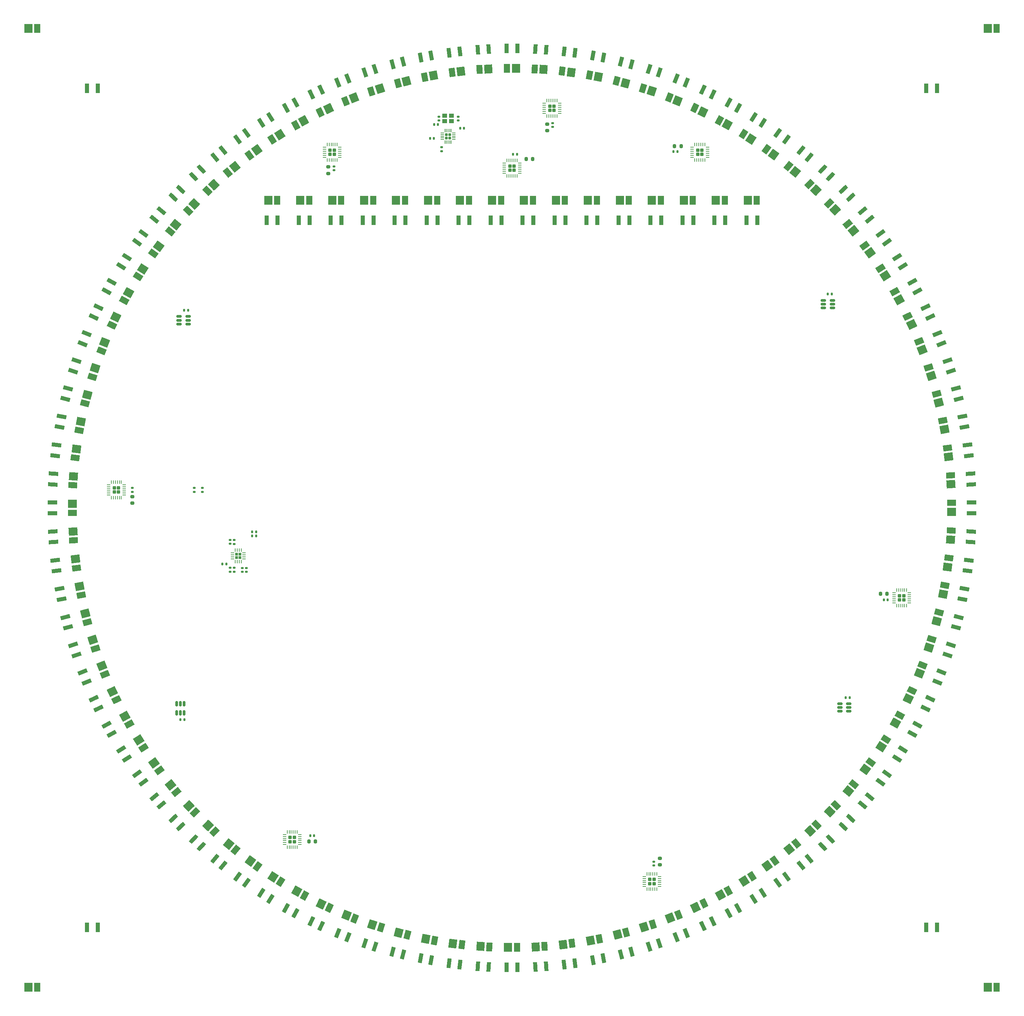
<source format=gbr>
%TF.GenerationSoftware,KiCad,Pcbnew,8.0.4*%
%TF.CreationDate,2024-08-19T15:11:55+02:00*%
%TF.ProjectId,RocSync_testing,526f6353-796e-4635-9f74-657374696e67,rev?*%
%TF.SameCoordinates,Original*%
%TF.FileFunction,Paste,Top*%
%TF.FilePolarity,Positive*%
%FSLAX46Y46*%
G04 Gerber Fmt 4.6, Leading zero omitted, Abs format (unit mm)*
G04 Created by KiCad (PCBNEW 8.0.4) date 2024-08-19 15:11:55*
%MOMM*%
%LPD*%
G01*
G04 APERTURE LIST*
G04 Aperture macros list*
%AMRoundRect*
0 Rectangle with rounded corners*
0 $1 Rounding radius*
0 $2 $3 $4 $5 $6 $7 $8 $9 X,Y pos of 4 corners*
0 Add a 4 corners polygon primitive as box body*
4,1,4,$2,$3,$4,$5,$6,$7,$8,$9,$2,$3,0*
0 Add four circle primitives for the rounded corners*
1,1,$1+$1,$2,$3*
1,1,$1+$1,$4,$5*
1,1,$1+$1,$6,$7*
1,1,$1+$1,$8,$9*
0 Add four rect primitives between the rounded corners*
20,1,$1+$1,$2,$3,$4,$5,0*
20,1,$1+$1,$4,$5,$6,$7,0*
20,1,$1+$1,$6,$7,$8,$9,0*
20,1,$1+$1,$8,$9,$2,$3,0*%
%AMRotRect*
0 Rectangle, with rotation*
0 The origin of the aperture is its center*
0 $1 length*
0 $2 width*
0 $3 Rotation angle, in degrees counterclockwise*
0 Add horizontal line*
21,1,$1,$2,0,0,$3*%
G04 Aperture macros list end*
%ADD10RoundRect,0.135000X-0.185000X0.135000X-0.185000X-0.135000X0.185000X-0.135000X0.185000X0.135000X0*%
%ADD11RotRect,1.500000X2.200000X223.200000*%
%ADD12RotRect,2.000000X2.200000X223.200000*%
%ADD13RotRect,1.500000X2.200000X154.800000*%
%ADD14RotRect,2.000000X2.200000X154.800000*%
%ADD15RotRect,1.500000X2.200000X244.800000*%
%ADD16RotRect,2.000000X2.200000X244.800000*%
%ADD17RotRect,1.500000X2.200000X338.400000*%
%ADD18RotRect,2.000000X2.200000X338.400000*%
%ADD19RotRect,1.500000X2.200000X14.400000*%
%ADD20RotRect,2.000000X2.200000X14.400000*%
%ADD21R,2.200000X1.500000*%
%ADD22R,2.200000X2.000000*%
%ADD23RotRect,1.500000X2.200000X3.600000*%
%ADD24RotRect,2.000000X2.200000X3.600000*%
%ADD25R,1.500000X2.200000*%
%ADD26R,2.000000X2.200000*%
%ADD27RotRect,1.500000X2.200000X75.600000*%
%ADD28RotRect,2.000000X2.200000X75.600000*%
%ADD29RotRect,1.500000X2.200000X133.200000*%
%ADD30RotRect,2.000000X2.200000X133.200000*%
%ADD31RotRect,1.500000X2.200000X280.800000*%
%ADD32RotRect,2.000000X2.200000X280.800000*%
%ADD33RotRect,1.500000X2.200000X158.400000*%
%ADD34RotRect,2.000000X2.200000X158.400000*%
%ADD35RotRect,1.500000X2.200000X298.800000*%
%ADD36RotRect,2.000000X2.200000X298.800000*%
%ADD37RotRect,1.500000X2.200000X54.000000*%
%ADD38RotRect,2.000000X2.200000X54.000000*%
%ADD39RotRect,1.500000X2.200000X115.200000*%
%ADD40RotRect,2.000000X2.200000X115.200000*%
%ADD41RotRect,1.500000X2.200000X7.200000*%
%ADD42RotRect,2.000000X2.200000X7.200000*%
%ADD43RotRect,1.500000X2.200000X320.400000*%
%ADD44RotRect,2.000000X2.200000X320.400000*%
%ADD45RotRect,1.500000X2.200000X72.000000*%
%ADD46RotRect,2.000000X2.200000X72.000000*%
%ADD47RotRect,1.500000X2.200000X237.600000*%
%ADD48RotRect,2.000000X2.200000X237.600000*%
%ADD49RotRect,1.500000X2.200000X194.400000*%
%ADD50RotRect,2.000000X2.200000X194.400000*%
%ADD51RotRect,1.500000X2.200000X32.400000*%
%ADD52RotRect,2.000000X2.200000X32.400000*%
%ADD53RotRect,1.500000X2.200000X36.000000*%
%ADD54RotRect,2.000000X2.200000X36.000000*%
%ADD55RotRect,1.500000X2.200000X104.400000*%
%ADD56RotRect,2.000000X2.200000X104.400000*%
%ADD57RotRect,1.500000X2.200000X57.600000*%
%ADD58RotRect,2.000000X2.200000X57.600000*%
%ADD59RotRect,1.500000X2.200000X309.600000*%
%ADD60RotRect,2.000000X2.200000X309.600000*%
%ADD61RotRect,1.500000X2.200000X356.400000*%
%ADD62RotRect,2.000000X2.200000X356.400000*%
%ADD63RotRect,1.500000X2.200000X313.200000*%
%ADD64RotRect,2.000000X2.200000X313.200000*%
%ADD65RotRect,1.500000X2.200000X302.400000*%
%ADD66RotRect,2.000000X2.200000X302.400000*%
%ADD67RotRect,1.500000X2.200000X288.000000*%
%ADD68RotRect,2.000000X2.200000X288.000000*%
%ADD69RotRect,1.500000X2.200000X208.800000*%
%ADD70RotRect,2.000000X2.200000X208.800000*%
%ADD71RotRect,1.500000X2.200000X187.200000*%
%ADD72RotRect,2.000000X2.200000X187.200000*%
%ADD73RotRect,1.500000X2.200000X118.800000*%
%ADD74RotRect,2.000000X2.200000X118.800000*%
%ADD75RotRect,1.500000X2.200000X342.000000*%
%ADD76RotRect,2.000000X2.200000X342.000000*%
%ADD77RotRect,1.500000X2.200000X284.400000*%
%ADD78RotRect,2.000000X2.200000X284.400000*%
%ADD79RotRect,1.500000X2.200000X151.200000*%
%ADD80RotRect,2.000000X2.200000X151.200000*%
%ADD81RotRect,1.500000X2.200000X147.600000*%
%ADD82RotRect,2.000000X2.200000X147.600000*%
%ADD83RotRect,1.500000X2.200000X18.000000*%
%ADD84RotRect,2.000000X2.200000X18.000000*%
%ADD85RotRect,1.500000X2.200000X100.800000*%
%ADD86RotRect,2.000000X2.200000X100.800000*%
%ADD87RotRect,1.500000X2.200000X144.000000*%
%ADD88RotRect,2.000000X2.200000X144.000000*%
%ADD89RotRect,1.500000X2.200000X234.000000*%
%ADD90RotRect,2.000000X2.200000X234.000000*%
%ADD91RotRect,1.500000X2.200000X108.000000*%
%ADD92RotRect,2.000000X2.200000X108.000000*%
%ADD93RotRect,1.500000X2.200000X331.200000*%
%ADD94RotRect,2.000000X2.200000X331.200000*%
%ADD95RotRect,1.500000X2.200000X129.600000*%
%ADD96RotRect,2.000000X2.200000X129.600000*%
%ADD97RotRect,1.500000X2.200000X327.600000*%
%ADD98RotRect,2.000000X2.200000X327.600000*%
%ADD99RotRect,1.500000X2.200000X295.200000*%
%ADD100RotRect,2.000000X2.200000X295.200000*%
%ADD101RotRect,1.500000X2.200000X82.800000*%
%ADD102RotRect,2.000000X2.200000X82.800000*%
%ADD103RotRect,1.500000X2.200000X39.600000*%
%ADD104RotRect,2.000000X2.200000X39.600000*%
%ADD105RotRect,1.500000X2.200000X316.800000*%
%ADD106RotRect,2.000000X2.200000X316.800000*%
%ADD107RotRect,1.500000X2.200000X79.200000*%
%ADD108RotRect,2.000000X2.200000X79.200000*%
%ADD109RotRect,1.500000X2.200000X306.000000*%
%ADD110RotRect,2.000000X2.200000X306.000000*%
%ADD111RotRect,1.500000X2.200000X252.000000*%
%ADD112RotRect,2.000000X2.200000X252.000000*%
%ADD113RotRect,1.500000X2.200000X25.200000*%
%ADD114RotRect,2.000000X2.200000X25.200000*%
%ADD115RotRect,1.500000X2.200000X122.400000*%
%ADD116RotRect,2.000000X2.200000X122.400000*%
%ADD117RotRect,1.500000X2.200000X64.800000*%
%ADD118RotRect,2.000000X2.200000X64.800000*%
%ADD119RotRect,1.500000X2.200000X230.400000*%
%ADD120RotRect,2.000000X2.200000X230.400000*%
%ADD121RotRect,1.500000X2.200000X165.600000*%
%ADD122RotRect,2.000000X2.200000X165.600000*%
%ADD123RotRect,1.500000X2.200000X248.400000*%
%ADD124RotRect,2.000000X2.200000X248.400000*%
%ADD125RotRect,1.500000X2.200000X226.800000*%
%ADD126RotRect,2.000000X2.200000X226.800000*%
%ADD127RotRect,1.500000X2.200000X324.000000*%
%ADD128RotRect,2.000000X2.200000X324.000000*%
%ADD129RotRect,1.500000X2.200000X50.400000*%
%ADD130RotRect,2.000000X2.200000X50.400000*%
%ADD131RotRect,1.500000X2.200000X162.000000*%
%ADD132RotRect,2.000000X2.200000X162.000000*%
%ADD133RotRect,1.500000X2.200000X176.400000*%
%ADD134RotRect,2.000000X2.200000X176.400000*%
%ADD135RotRect,1.500000X2.200000X255.600000*%
%ADD136RotRect,2.000000X2.200000X255.600000*%
%ADD137RotRect,1.500000X2.200000X61.200000*%
%ADD138RotRect,2.000000X2.200000X61.200000*%
%ADD139RotRect,1.500000X2.200000X219.600000*%
%ADD140RotRect,2.000000X2.200000X219.600000*%
%ADD141RotRect,1.500000X2.200000X46.800000*%
%ADD142RotRect,2.000000X2.200000X46.800000*%
%ADD143RotRect,1.500000X2.200000X97.200000*%
%ADD144RotRect,2.000000X2.200000X97.200000*%
%ADD145RotRect,1.500000X2.200000X334.800000*%
%ADD146RotRect,2.000000X2.200000X334.800000*%
%ADD147RotRect,1.500000X2.200000X86.400000*%
%ADD148RotRect,2.000000X2.200000X86.400000*%
%ADD149RotRect,1.500000X2.200000X201.600000*%
%ADD150RotRect,2.000000X2.200000X201.600000*%
%ADD151RotRect,1.500000X2.200000X259.200000*%
%ADD152RotRect,2.000000X2.200000X259.200000*%
%ADD153RotRect,1.500000X2.200000X349.200000*%
%ADD154RotRect,2.000000X2.200000X349.200000*%
%ADD155RotRect,1.500000X2.200000X140.400000*%
%ADD156RotRect,2.000000X2.200000X140.400000*%
%ADD157RotRect,1.500000X2.200000X345.600000*%
%ADD158RotRect,2.000000X2.200000X345.600000*%
%ADD159RotRect,1.500000X2.200000X43.200000*%
%ADD160RotRect,2.000000X2.200000X43.200000*%
%ADD161RotRect,1.500000X2.200000X241.200000*%
%ADD162RotRect,2.000000X2.200000X241.200000*%
%ADD163RotRect,1.500000X2.200000X212.400000*%
%ADD164RotRect,2.000000X2.200000X212.400000*%
%ADD165RotRect,1.500000X2.200000X205.200000*%
%ADD166RotRect,2.000000X2.200000X205.200000*%
%ADD167RotRect,1.500000X2.200000X93.600000*%
%ADD168RotRect,2.000000X2.200000X93.600000*%
%ADD169RotRect,1.500000X2.200000X183.600000*%
%ADD170RotRect,2.000000X2.200000X183.600000*%
%ADD171RotRect,1.500000X2.200000X172.800000*%
%ADD172RotRect,2.000000X2.200000X172.800000*%
%ADD173RotRect,1.500000X2.200000X28.800000*%
%ADD174RotRect,2.000000X2.200000X28.800000*%
%ADD175RotRect,1.500000X2.200000X198.000000*%
%ADD176RotRect,2.000000X2.200000X198.000000*%
%ADD177RotRect,1.500000X2.200000X216.000000*%
%ADD178RotRect,2.000000X2.200000X216.000000*%
%ADD179RotRect,1.500000X2.200000X273.600000*%
%ADD180RotRect,2.000000X2.200000X273.600000*%
%ADD181RotRect,1.500000X2.200000X277.200000*%
%ADD182RotRect,2.000000X2.200000X277.200000*%
%ADD183RotRect,1.500000X2.200000X352.800000*%
%ADD184RotRect,2.000000X2.200000X352.800000*%
%ADD185RotRect,1.500000X2.200000X68.400000*%
%ADD186RotRect,2.000000X2.200000X68.400000*%
%ADD187RotRect,1.500000X2.200000X10.800000*%
%ADD188RotRect,2.000000X2.200000X10.800000*%
%ADD189RotRect,1.500000X2.200000X262.800000*%
%ADD190RotRect,2.000000X2.200000X262.800000*%
%ADD191RotRect,1.500000X2.200000X126.000000*%
%ADD192RotRect,2.000000X2.200000X126.000000*%
%ADD193RotRect,1.500000X2.200000X21.600000*%
%ADD194RotRect,2.000000X2.200000X21.600000*%
%ADD195RotRect,1.500000X2.200000X136.800000*%
%ADD196RotRect,2.000000X2.200000X136.800000*%
%ADD197RotRect,1.500000X2.200000X291.600000*%
%ADD198RotRect,2.000000X2.200000X291.600000*%
%ADD199RotRect,1.500000X2.200000X111.600000*%
%ADD200RotRect,2.000000X2.200000X111.600000*%
%ADD201RotRect,1.500000X2.200000X266.400000*%
%ADD202RotRect,2.000000X2.200000X266.400000*%
%ADD203RotRect,1.500000X2.200000X169.200000*%
%ADD204RotRect,2.000000X2.200000X169.200000*%
%ADD205RotRect,1.500000X2.200000X190.800000*%
%ADD206RotRect,2.000000X2.200000X190.800000*%
%ADD207RotRect,1.000000X2.400000X244.800000*%
%ADD208RotRect,1.000000X2.400000X46.800000*%
%ADD209RoundRect,0.140000X0.170000X-0.140000X0.170000X0.140000X-0.170000X0.140000X-0.170000X-0.140000X0*%
%ADD210RotRect,1.000000X2.400000X61.200000*%
%ADD211RotRect,1.000000X2.400000X190.800000*%
%ADD212RotRect,1.000000X2.400000X309.600000*%
%ADD213R,1.000000X2.400000*%
%ADD214RotRect,1.000000X2.400000X21.600000*%
%ADD215RotRect,1.000000X2.400000X126.000000*%
%ADD216RotRect,1.000000X2.400000X10.800000*%
%ADD217RotRect,1.000000X2.400000X288.000000*%
%ADD218RoundRect,0.200000X0.200000X0.275000X-0.200000X0.275000X-0.200000X-0.275000X0.200000X-0.275000X0*%
%ADD219RotRect,1.000000X2.400000X216.000000*%
%ADD220RoundRect,0.135000X-0.135000X-0.185000X0.135000X-0.185000X0.135000X0.185000X-0.135000X0.185000X0*%
%ADD221RoundRect,0.212500X0.212500X-0.212500X0.212500X0.212500X-0.212500X0.212500X-0.212500X-0.212500X0*%
%ADD222RoundRect,0.062500X0.062500X-0.375000X0.062500X0.375000X-0.062500X0.375000X-0.062500X-0.375000X0*%
%ADD223RoundRect,0.062500X0.375000X-0.062500X0.375000X0.062500X-0.375000X0.062500X-0.375000X-0.062500X0*%
%ADD224RotRect,1.000000X2.400000X316.800000*%
%ADD225RotRect,1.000000X2.400000X241.200000*%
%ADD226RoundRect,0.200000X0.275000X-0.200000X0.275000X0.200000X-0.275000X0.200000X-0.275000X-0.200000X0*%
%ADD227RotRect,1.000000X2.400000X183.600000*%
%ADD228RotRect,1.000000X2.400000X205.200000*%
%ADD229RoundRect,0.140000X-0.170000X0.140000X-0.170000X-0.140000X0.170000X-0.140000X0.170000X0.140000X0*%
%ADD230RotRect,1.000000X2.400000X140.400000*%
%ADD231RoundRect,0.212500X-0.212500X0.212500X-0.212500X-0.212500X0.212500X-0.212500X0.212500X0.212500X0*%
%ADD232RoundRect,0.062500X-0.062500X0.375000X-0.062500X-0.375000X0.062500X-0.375000X0.062500X0.375000X0*%
%ADD233RoundRect,0.062500X-0.375000X0.062500X-0.375000X-0.062500X0.375000X-0.062500X0.375000X0.062500X0*%
%ADD234RoundRect,0.212500X0.212500X0.212500X-0.212500X0.212500X-0.212500X-0.212500X0.212500X-0.212500X0*%
%ADD235RoundRect,0.062500X0.375000X0.062500X-0.375000X0.062500X-0.375000X-0.062500X0.375000X-0.062500X0*%
%ADD236RoundRect,0.062500X0.062500X0.375000X-0.062500X0.375000X-0.062500X-0.375000X0.062500X-0.375000X0*%
%ADD237RotRect,1.000000X2.400000X39.600000*%
%ADD238RotRect,1.000000X2.400000X352.800000*%
%ADD239RotRect,1.000000X2.400000X252.000000*%
%ADD240RotRect,1.000000X2.400000X208.800000*%
%ADD241RoundRect,0.140000X0.140000X0.170000X-0.140000X0.170000X-0.140000X-0.170000X0.140000X-0.170000X0*%
%ADD242RotRect,1.000000X2.400000X72.000000*%
%ADD243RotRect,1.000000X2.400000X248.400000*%
%ADD244RotRect,1.000000X2.400000X32.400000*%
%ADD245RotRect,1.000000X2.400000X338.400000*%
%ADD246RotRect,1.000000X2.400000X64.800000*%
%ADD247RotRect,1.000000X2.400000X219.600000*%
%ADD248RotRect,1.000000X2.400000X187.200000*%
%ADD249RotRect,1.000000X2.400000X273.600000*%
%ADD250RotRect,1.000000X2.400000X122.400000*%
%ADD251RoundRect,0.140000X-0.140000X-0.170000X0.140000X-0.170000X0.140000X0.170000X-0.140000X0.170000X0*%
%ADD252RotRect,1.000000X2.400000X255.600000*%
%ADD253RotRect,1.000000X2.400000X111.600000*%
%ADD254RoundRect,0.182500X0.182500X-0.182500X0.182500X0.182500X-0.182500X0.182500X-0.182500X-0.182500X0*%
%ADD255RoundRect,0.062500X0.062500X-0.350000X0.062500X0.350000X-0.062500X0.350000X-0.062500X-0.350000X0*%
%ADD256RoundRect,0.062500X0.350000X-0.062500X0.350000X0.062500X-0.350000X0.062500X-0.350000X-0.062500X0*%
%ADD257RotRect,1.000000X2.400000X104.400000*%
%ADD258RotRect,1.000000X2.400000X100.800000*%
%ADD259RotRect,1.000000X2.400000X327.600000*%
%ADD260RotRect,1.000000X2.400000X57.600000*%
%ADD261RotRect,1.000000X2.400000X151.200000*%
%ADD262RotRect,1.000000X2.400000X262.800000*%
%ADD263RoundRect,0.135000X0.135000X0.185000X-0.135000X0.185000X-0.135000X-0.185000X0.135000X-0.185000X0*%
%ADD264RotRect,1.000000X2.400000X158.400000*%
%ADD265RoundRect,0.200000X-0.275000X0.200000X-0.275000X-0.200000X0.275000X-0.200000X0.275000X0.200000X0*%
%ADD266RotRect,1.000000X2.400000X298.800000*%
%ADD267RotRect,1.000000X2.400000X82.800000*%
%ADD268RotRect,1.000000X2.400000X230.400000*%
%ADD269RotRect,1.000000X2.400000X198.000000*%
%ADD270RoundRect,0.212500X-0.212500X-0.212500X0.212500X-0.212500X0.212500X0.212500X-0.212500X0.212500X0*%
%ADD271RoundRect,0.062500X-0.375000X-0.062500X0.375000X-0.062500X0.375000X0.062500X-0.375000X0.062500X0*%
%ADD272RoundRect,0.062500X-0.062500X-0.375000X0.062500X-0.375000X0.062500X0.375000X-0.062500X0.375000X0*%
%ADD273RotRect,1.000000X2.400000X302.400000*%
%ADD274RotRect,1.000000X2.400000X3.600000*%
%ADD275R,2.400000X1.000000*%
%ADD276RoundRect,0.172500X-0.172500X0.172500X-0.172500X-0.172500X0.172500X-0.172500X0.172500X0.172500X0*%
%ADD277RoundRect,0.050000X-0.050000X0.375000X-0.050000X-0.375000X0.050000X-0.375000X0.050000X0.375000X0*%
%ADD278RoundRect,0.050000X-0.375000X0.050000X-0.375000X-0.050000X0.375000X-0.050000X0.375000X0.050000X0*%
%ADD279RotRect,1.000000X2.400000X108.000000*%
%ADD280RotRect,1.000000X2.400000X75.600000*%
%ADD281RotRect,1.000000X2.400000X86.400000*%
%ADD282RotRect,1.000000X2.400000X25.200000*%
%ADD283RotRect,1.000000X2.400000X259.200000*%
%ADD284RotRect,1.000000X2.400000X169.200000*%
%ADD285RotRect,1.000000X2.400000X36.000000*%
%ADD286RotRect,1.000000X2.400000X147.600000*%
%ADD287RoundRect,0.150000X-0.512500X-0.150000X0.512500X-0.150000X0.512500X0.150000X-0.512500X0.150000X0*%
%ADD288RotRect,1.000000X2.400000X226.800000*%
%ADD289RotRect,1.000000X2.400000X194.400000*%
%ADD290RotRect,1.000000X2.400000X295.200000*%
%ADD291RoundRect,0.200000X-0.200000X-0.275000X0.200000X-0.275000X0.200000X0.275000X-0.200000X0.275000X0*%
%ADD292RotRect,1.000000X2.400000X291.600000*%
%ADD293RotRect,1.000000X2.400000X237.600000*%
%ADD294RotRect,1.000000X2.400000X356.400000*%
%ADD295RotRect,1.000000X2.400000X284.400000*%
%ADD296RoundRect,0.135000X0.185000X-0.135000X0.185000X0.135000X-0.185000X0.135000X-0.185000X-0.135000X0*%
%ADD297RotRect,1.000000X2.400000X320.400000*%
%ADD298RotRect,1.000000X2.400000X133.200000*%
%ADD299RotRect,1.000000X2.400000X165.600000*%
%ADD300RotRect,1.000000X2.400000X28.800000*%
%ADD301RotRect,1.000000X2.400000X154.800000*%
%ADD302RotRect,1.000000X2.400000X234.000000*%
%ADD303RotRect,1.000000X2.400000X93.600000*%
%ADD304RotRect,1.000000X2.400000X54.000000*%
%ADD305RotRect,1.000000X2.400000X201.600000*%
%ADD306RotRect,1.000000X2.400000X68.400000*%
%ADD307RotRect,1.000000X2.400000X306.000000*%
%ADD308RotRect,1.000000X2.400000X14.400000*%
%ADD309R,1.150000X1.000000*%
%ADD310RotRect,1.000000X2.400000X79.200000*%
%ADD311RotRect,1.000000X2.400000X144.000000*%
%ADD312RoundRect,0.150000X-0.150000X0.512500X-0.150000X-0.512500X0.150000X-0.512500X0.150000X0.512500X0*%
%ADD313RotRect,1.000000X2.400000X313.200000*%
%ADD314RotRect,1.000000X2.400000X43.200000*%
%ADD315RotRect,1.000000X2.400000X176.400000*%
%ADD316RotRect,1.000000X2.400000X172.800000*%
%ADD317RotRect,1.000000X2.400000X18.000000*%
%ADD318RotRect,1.000000X2.400000X162.000000*%
%ADD319RotRect,1.000000X2.400000X129.600000*%
%ADD320RotRect,1.000000X2.400000X280.800000*%
%ADD321RotRect,1.000000X2.400000X97.200000*%
%ADD322RotRect,1.000000X2.400000X115.200000*%
%ADD323RotRect,1.000000X2.400000X331.200000*%
%ADD324RotRect,1.000000X2.400000X266.400000*%
%ADD325RotRect,1.000000X2.400000X277.200000*%
%ADD326RotRect,1.000000X2.400000X345.600000*%
%ADD327RotRect,1.000000X2.400000X7.200000*%
%ADD328RotRect,1.000000X2.400000X349.200000*%
%ADD329RotRect,1.000000X2.400000X324.000000*%
%ADD330RotRect,1.000000X2.400000X118.800000*%
%ADD331RotRect,1.000000X2.400000X212.400000*%
%ADD332RotRect,1.000000X2.400000X50.400000*%
%ADD333RotRect,1.000000X2.400000X334.800000*%
%ADD334RotRect,1.000000X2.400000X342.000000*%
%ADD335RotRect,1.000000X2.400000X223.200000*%
%ADD336RotRect,1.000000X2.400000X136.800000*%
G04 APERTURE END LIST*
D10*
%TO.C,R19*%
X107400000Y-34690000D03*
X107400000Y-35710000D03*
%TD*%
D11*
%TO.C,D113*%
X48788607Y-45669134D03*
D12*
X50428787Y-44128903D03*
%TD*%
D13*
%TO.C,D194*%
X170704688Y-24936800D03*
D14*
X172740549Y-25894803D03*
%TD*%
D15*
%TO.C,D119*%
X24936800Y-79295311D03*
D16*
X25894803Y-77259450D03*
%TD*%
D17*
%TO.C,D145*%
X85668520Y-227735569D03*
D18*
X83576523Y-226907288D03*
%TD*%
D19*
%TO.C,D155*%
X153566616Y-231233285D03*
D20*
X151387304Y-231792837D03*
%TD*%
D21*
%TO.C,D176*%
X235000000Y-123750000D03*
D22*
X235000000Y-126000000D03*
%TD*%
D23*
%TO.C,D152*%
X133154490Y-234704452D03*
D24*
X130908930Y-234845731D03*
%TD*%
D25*
%TO.C,D235*%
X246250000Y-245000000D03*
D26*
X244000000Y-245000000D03*
%TD*%
D27*
%TO.C,D172*%
X231855009Y-151145158D03*
D28*
X231295457Y-153324470D03*
%TD*%
D25*
%TO.C,D230*%
X170250000Y-48000000D03*
D26*
X168000000Y-48000000D03*
%TD*%
D29*
%TO.C,D188*%
X204330865Y-48788607D03*
D30*
X205871096Y-50428787D03*
%TD*%
D31*
%TO.C,D129*%
X17182629Y-146839803D03*
D32*
X16761021Y-144629657D03*
%TD*%
D33*
%TO.C,D195*%
X164331479Y-22264430D03*
D34*
X166423476Y-23092711D03*
%TD*%
D35*
%TO.C,D134*%
X29208457Y-179088287D03*
D36*
X28124511Y-177116597D03*
%TD*%
D25*
%TO.C,D223*%
X114250000Y-48000000D03*
D26*
X112000000Y-48000000D03*
%TD*%
D37*
%TO.C,D166*%
X214726601Y-188645106D03*
D38*
X213404084Y-190465394D03*
%TD*%
D39*
%TO.C,D183*%
X223998751Y-77033243D03*
D40*
X224956754Y-79069104D03*
%TD*%
D41*
%TO.C,D153*%
X140026798Y-233975950D03*
D42*
X137794540Y-234257950D03*
%TD*%
D25*
%TO.C,D222*%
X106250000Y-48000000D03*
D26*
X104000000Y-48000000D03*
%TD*%
D43*
%TO.C,D140*%
X55846503Y-210553236D03*
D44*
X54112848Y-209119032D03*
%TD*%
D45*
%TO.C,D171*%
X230002487Y-157803048D03*
D46*
X229307199Y-159942926D03*
%TD*%
D21*
%TO.C,D126*%
X15000000Y-126250000D03*
D22*
X15000000Y-124000000D03*
%TD*%
D47*
%TO.C,D117*%
X31454145Y-67114462D03*
D48*
X32659755Y-65214724D03*
%TD*%
D25*
%TO.C,D232*%
X186250000Y-48000000D03*
D26*
X184000000Y-48000000D03*
%TD*%
D49*
%TO.C,D105*%
X96433383Y-18766714D03*
D50*
X98612695Y-18207162D03*
%TD*%
D51*
%TO.C,D160*%
X184996357Y-217206288D03*
D52*
X183096619Y-218411898D03*
%TD*%
D53*
%TO.C,D161*%
X190667648Y-213257137D03*
D54*
X188847360Y-214579654D03*
%TD*%
D25*
%TO.C,D228*%
X154250000Y-48000000D03*
D26*
X152000000Y-48000000D03*
%TD*%
D55*
%TO.C,D180*%
X231233285Y-96433383D03*
D56*
X231792837Y-98612695D03*
%TD*%
D57*
%TO.C,D167*%
X218545854Y-182885537D03*
D58*
X217340244Y-184785275D03*
%TD*%
D59*
%TO.C,D137*%
X41040323Y-196079780D03*
D60*
X39606119Y-194346125D03*
%TD*%
D61*
%TO.C,D150*%
X119340575Y-234861428D03*
D62*
X117095015Y-234720149D03*
%TD*%
D25*
%TO.C,D229*%
X162250000Y-48000000D03*
D26*
X160000000Y-48000000D03*
%TD*%
D63*
%TO.C,D138*%
X45669134Y-201211392D03*
D64*
X44128903Y-199571212D03*
%TD*%
D65*
%TO.C,D135*%
X32793711Y-184996357D03*
D66*
X31588101Y-183096619D03*
%TD*%
D67*
%TO.C,D131*%
X20770054Y-160180690D03*
D68*
X20074766Y-158040812D03*
%TD*%
D25*
%TO.C,D227*%
X146250000Y-48000000D03*
D26*
X144000000Y-48000000D03*
%TD*%
D69*
%TO.C,D109*%
X70911712Y-29208457D03*
D70*
X72883402Y-28124511D03*
%TD*%
D71*
%TO.C,D103*%
X109973201Y-16024049D03*
D72*
X112205459Y-15742049D03*
%TD*%
D73*
%TO.C,D184*%
X220791542Y-70911712D03*
D74*
X221875488Y-72883402D03*
%TD*%
D75*
%TO.C,D146*%
X92196951Y-230002487D03*
D76*
X90057073Y-229307199D03*
%TD*%
D77*
%TO.C,D130*%
X18766714Y-153566616D03*
D78*
X18207162Y-151387304D03*
%TD*%
D79*
%TO.C,D193*%
X176897521Y-28004073D03*
D80*
X178869211Y-29088019D03*
%TD*%
D81*
%TO.C,D192*%
X182885537Y-31454145D03*
D82*
X184785275Y-32659755D03*
%TD*%
D83*
%TO.C,D156*%
X160180690Y-229229945D03*
D84*
X158040812Y-229925233D03*
%TD*%
D85*
%TO.C,D179*%
X232817370Y-103160196D03*
D86*
X233238978Y-105370342D03*
%TD*%
D87*
%TO.C,D191*%
X188645106Y-35273398D03*
D88*
X190465394Y-36595915D03*
%TD*%
D89*
%TO.C,D116*%
X35273398Y-61354893D03*
D90*
X36595915Y-59534605D03*
%TD*%
D25*
%TO.C,D217*%
X66250000Y-48000000D03*
D26*
X64000000Y-48000000D03*
%TD*%
D25*
%TO.C,D101*%
X123750000Y-15000000D03*
D26*
X126000000Y-15000000D03*
%TD*%
D91*
%TO.C,D181*%
X229229945Y-89819309D03*
D92*
X229925233Y-91959187D03*
%TD*%
D25*
%TO.C,D224*%
X122250000Y-48000000D03*
D26*
X120000000Y-48000000D03*
%TD*%
D25*
%TO.C,D231*%
X178250000Y-48000000D03*
D26*
X176000000Y-48000000D03*
%TD*%
D93*
%TO.C,D143*%
X73102478Y-221995926D03*
D94*
X71130788Y-220911980D03*
%TD*%
D95*
%TO.C,D187*%
X208959676Y-53920219D03*
D96*
X210393880Y-55653874D03*
%TD*%
D97*
%TO.C,D142*%
X67114462Y-218545854D03*
D98*
X65214724Y-217340244D03*
%TD*%
D99*
%TO.C,D133*%
X26001248Y-172966756D03*
D100*
X25043245Y-170930895D03*
%TD*%
D101*
%TO.C,D174*%
X234289284Y-137546512D03*
D102*
X234007284Y-139778770D03*
%TD*%
D103*
%TO.C,D162*%
X196079780Y-208959676D03*
D104*
X194346125Y-210393880D03*
%TD*%
D105*
%TO.C,D139*%
X50611029Y-206042233D03*
D106*
X48970849Y-204502002D03*
%TD*%
D107*
%TO.C,D173*%
X233285824Y-144384085D03*
D108*
X232864216Y-146594231D03*
%TD*%
D109*
%TO.C,D136*%
X36742862Y-190667648D03*
D110*
X35420345Y-188847360D03*
%TD*%
D111*
%TO.C,D121*%
X19997512Y-92196951D03*
D112*
X20692800Y-90057073D03*
%TD*%
D113*
%TO.C,D158*%
X172966756Y-223998751D03*
D114*
X170930895Y-224956754D03*
%TD*%
D115*
%TO.C,D185*%
X217206288Y-65003642D03*
D116*
X218411898Y-66903380D03*
%TD*%
D25*
%TO.C,D220*%
X90250000Y-48000000D03*
D26*
X88000000Y-48000000D03*
%TD*%
D117*
%TO.C,D169*%
X225063199Y-170704688D03*
D118*
X224105196Y-172740549D03*
%TD*%
D119*
%TO.C,D115*%
X39446763Y-55846503D03*
D120*
X40880967Y-54112848D03*
%TD*%
D25*
%TO.C,D221*%
X98250000Y-48000000D03*
D26*
X96000000Y-48000000D03*
%TD*%
D121*
%TO.C,D197*%
X151145158Y-18144990D03*
D122*
X153324470Y-18704542D03*
%TD*%
D25*
%TO.C,D233*%
X6250000Y-5000000D03*
D26*
X4000000Y-5000000D03*
%TD*%
D123*
%TO.C,D120*%
X22264430Y-85668520D03*
D124*
X23092711Y-83576523D03*
%TD*%
D125*
%TO.C,D114*%
X43957766Y-50611029D03*
D126*
X45497997Y-48970849D03*
%TD*%
D25*
%TO.C,D225*%
X130250000Y-48000000D03*
D26*
X128000000Y-48000000D03*
%TD*%
D127*
%TO.C,D141*%
X61354893Y-214726601D03*
D128*
X59534605Y-213404084D03*
%TD*%
D129*
%TO.C,D165*%
X210553236Y-194153496D03*
D130*
X209119032Y-195887151D03*
%TD*%
D131*
%TO.C,D196*%
X157803048Y-19997512D03*
D132*
X159942926Y-20692800D03*
%TD*%
D133*
%TO.C,D200*%
X130659424Y-15138571D03*
D134*
X132904984Y-15279850D03*
%TD*%
D135*
%TO.C,D122*%
X18144990Y-98854841D03*
D136*
X18704542Y-96675529D03*
%TD*%
D137*
%TO.C,D168*%
X221995926Y-176897521D03*
D138*
X220911980Y-178869211D03*
%TD*%
D139*
%TO.C,D112*%
X53920219Y-41040323D03*
D140*
X55653874Y-39606119D03*
%TD*%
D141*
%TO.C,D164*%
X206042233Y-199388970D03*
D142*
X204502002Y-201029150D03*
%TD*%
D143*
%TO.C,D178*%
X233975950Y-109973201D03*
D144*
X234257950Y-112205459D03*
%TD*%
D145*
%TO.C,D144*%
X79295311Y-225063199D03*
D146*
X77259450Y-224105196D03*
%TD*%
D147*
%TO.C,D175*%
X234861428Y-130659424D03*
D148*
X234720149Y-132904984D03*
%TD*%
D149*
%TO.C,D107*%
X83344078Y-23184742D03*
D150*
X85436075Y-22356461D03*
%TD*%
D151*
%TO.C,D123*%
X16714175Y-105615914D03*
D152*
X17135783Y-103405768D03*
%TD*%
D153*
%TO.C,D148*%
X105615914Y-233285824D03*
D154*
X103405768Y-232864216D03*
%TD*%
D155*
%TO.C,D190*%
X194153496Y-39446763D03*
D156*
X195887151Y-40880967D03*
%TD*%
D157*
%TO.C,D147*%
X98854841Y-231855009D03*
D158*
X96675529Y-231295457D03*
%TD*%
D25*
%TO.C,D236*%
X6250000Y-245000000D03*
D26*
X4000000Y-245000000D03*
%TD*%
D159*
%TO.C,D163*%
X201211392Y-204330865D03*
D160*
X199571212Y-205871096D03*
%TD*%
D161*
%TO.C,D118*%
X28004073Y-73102478D03*
D162*
X29088019Y-71130788D03*
%TD*%
D163*
%TO.C,D110*%
X65003642Y-32793711D03*
D164*
X66903380Y-31588101D03*
%TD*%
D165*
%TO.C,D108*%
X77033243Y-26001248D03*
D166*
X79069104Y-25043245D03*
%TD*%
D167*
%TO.C,D177*%
X234704452Y-116845509D03*
D168*
X234845731Y-119091069D03*
%TD*%
D169*
%TO.C,D102*%
X116845509Y-15295547D03*
D170*
X119091069Y-15154268D03*
%TD*%
D171*
%TO.C,D199*%
X137546512Y-15710715D03*
D172*
X139778770Y-15992715D03*
%TD*%
D173*
%TO.C,D159*%
X179088287Y-220791542D03*
D174*
X177116597Y-221875488D03*
%TD*%
D25*
%TO.C,D234*%
X246250000Y-5000000D03*
D26*
X244000000Y-5000000D03*
%TD*%
D175*
%TO.C,D106*%
X89819309Y-20770054D03*
D176*
X91959187Y-20074766D03*
%TD*%
D177*
%TO.C,D111*%
X59332351Y-36742862D03*
D178*
X61152639Y-35420345D03*
%TD*%
D179*
%TO.C,D127*%
X15295547Y-133154490D03*
D180*
X15154268Y-130908930D03*
%TD*%
D181*
%TO.C,D128*%
X16024049Y-140026798D03*
D182*
X15742049Y-137794540D03*
%TD*%
D183*
%TO.C,D149*%
X112453487Y-234289284D03*
D184*
X110221229Y-234007284D03*
%TD*%
D185*
%TO.C,D170*%
X227735569Y-164331479D03*
D186*
X226907288Y-166423476D03*
%TD*%
D25*
%TO.C,D151*%
X126249999Y-235000000D03*
D26*
X123999999Y-235000000D03*
%TD*%
D25*
%TO.C,D219*%
X82250000Y-48000000D03*
D26*
X80000000Y-48000000D03*
%TD*%
D187*
%TO.C,D154*%
X146839803Y-232817370D03*
D188*
X144629657Y-233238978D03*
%TD*%
D189*
%TO.C,D124*%
X15710715Y-112453487D03*
D190*
X15992715Y-110221229D03*
%TD*%
D25*
%TO.C,D226*%
X138250000Y-48000000D03*
D26*
X136000000Y-48000000D03*
%TD*%
D191*
%TO.C,D186*%
X213257137Y-59332351D03*
D192*
X214579654Y-61152639D03*
%TD*%
D193*
%TO.C,D157*%
X166655921Y-226815257D03*
D194*
X164563924Y-227643538D03*
%TD*%
D195*
%TO.C,D189*%
X199388970Y-43957766D03*
D196*
X201029150Y-45497997D03*
%TD*%
D197*
%TO.C,D132*%
X23184742Y-166655921D03*
D198*
X22356461Y-164563924D03*
%TD*%
D25*
%TO.C,D218*%
X74250000Y-48000000D03*
D26*
X72000000Y-48000000D03*
%TD*%
D199*
%TO.C,D182*%
X226815257Y-83344078D03*
D200*
X227643538Y-85436075D03*
%TD*%
D201*
%TO.C,D125*%
X15138571Y-119340575D03*
D202*
X15279850Y-117095015D03*
%TD*%
D203*
%TO.C,D198*%
X144384085Y-16714175D03*
D204*
X146594231Y-17135783D03*
%TD*%
D205*
%TO.C,D104*%
X103160196Y-17182629D03*
D206*
X105370342Y-16761021D03*
%TD*%
D207*
%TO.C,D19*%
X21519690Y-74813864D03*
X20370086Y-77256898D03*
%TD*%
D208*
%TO.C,D64*%
X207907253Y-204707025D03*
X209755531Y-202738809D03*
%TD*%
D209*
%TO.C,C5*%
X106700000Y-28030000D03*
X106700000Y-27070000D03*
%TD*%
D210*
%TO.C,D68*%
X225124901Y-181584686D03*
X226425635Y-179218658D03*
%TD*%
D211*
%TO.C,D4*%
X104777236Y-11784001D03*
X102125060Y-12289931D03*
%TD*%
D212*
%TO.C,D37*%
X35530455Y-197263565D03*
X37251499Y-199343951D03*
%TD*%
D213*
%TO.C,D206*%
X103650000Y-53000000D03*
X106350000Y-53000000D03*
%TD*%
D214*
%TO.C,D57*%
X166079125Y-232421263D03*
X168589521Y-231427327D03*
%TD*%
D215*
%TO.C,D86*%
X218830464Y-58496868D03*
X217243444Y-56312522D03*
%TD*%
D216*
%TO.C,D54*%
X145222763Y-238215998D03*
X147874939Y-237710068D03*
%TD*%
D217*
%TO.C,D31*%
X15211327Y-159253028D03*
X16045673Y-161820880D03*
%TD*%
D218*
%TO.C,R9*%
X75825000Y-208500000D03*
X74175000Y-208500000D03*
%TD*%
D213*
%TO.C,D51*%
X123649999Y-240000000D03*
X126349999Y-240000000D03*
%TD*%
%TO.C,D201*%
X63650000Y-53000000D03*
X66350000Y-53000000D03*
%TD*%
D219*
%TO.C,D11*%
X58496868Y-31169535D03*
X56312522Y-32756555D03*
%TD*%
D220*
%TO.C,R3*%
X52490000Y-139000000D03*
X53510000Y-139000000D03*
%TD*%
D213*
%TO.C,D240*%
X18650000Y-230000000D03*
X21350000Y-230000000D03*
%TD*%
D221*
%TO.C,U8*%
X171475000Y-36525000D03*
X172525000Y-36525000D03*
X171475000Y-35475000D03*
X172525000Y-35475000D03*
D222*
X170750000Y-37937500D03*
X171250000Y-37937500D03*
X171750000Y-37937500D03*
X172250000Y-37937500D03*
X172750000Y-37937500D03*
X173250000Y-37937500D03*
D223*
X173937500Y-37250000D03*
X173937500Y-36750000D03*
X173937500Y-36250000D03*
X173937500Y-35750000D03*
X173937500Y-35250000D03*
X173937500Y-34750000D03*
D222*
X173250000Y-34062500D03*
X172750000Y-34062500D03*
X172250000Y-34062500D03*
X171750000Y-34062500D03*
X171250000Y-34062500D03*
X170750000Y-34062500D03*
D223*
X170062500Y-34750000D03*
X170062500Y-35250000D03*
X170062500Y-35750000D03*
X170062500Y-36250000D03*
X170062500Y-36750000D03*
X170062500Y-37250000D03*
%TD*%
D224*
%TO.C,D39*%
X45292974Y-207907253D03*
X47261190Y-209755531D03*
%TD*%
D225*
%TO.C,D18*%
X24875098Y-68415313D03*
X23574364Y-70781341D03*
%TD*%
D226*
%TO.C,R7*%
X79000000Y-41325000D03*
X79000000Y-39675000D03*
%TD*%
D213*
%TO.C,D214*%
X167650000Y-53000000D03*
X170350000Y-53000000D03*
%TD*%
D227*
%TO.C,D2*%
X119126426Y-10142159D03*
X116431754Y-10311693D03*
%TD*%
D228*
%TO.C,D8*%
X77256898Y-20370086D03*
X74813864Y-21519690D03*
%TD*%
D10*
%TO.C,R22*%
X55500000Y-132990000D03*
X55500000Y-134010000D03*
%TD*%
D229*
%TO.C,C2*%
X58500000Y-140020000D03*
X58500000Y-140980000D03*
%TD*%
D230*
%TO.C,D90*%
X199343951Y-37251499D03*
X197263565Y-35530455D03*
%TD*%
D213*
%TO.C,D238*%
X228650000Y-20000000D03*
X231350000Y-20000000D03*
%TD*%
D231*
%TO.C,U4*%
X26525000Y-119975000D03*
X25475000Y-119975000D03*
X26525000Y-121025000D03*
X25475000Y-121025000D03*
D232*
X27250000Y-118562500D03*
X26750000Y-118562500D03*
X26250000Y-118562500D03*
X25750000Y-118562500D03*
X25250000Y-118562500D03*
X24750000Y-118562500D03*
D233*
X24062500Y-119250000D03*
X24062500Y-119750000D03*
X24062500Y-120250000D03*
X24062500Y-120750000D03*
X24062500Y-121250000D03*
X24062500Y-121750000D03*
D232*
X24750000Y-122437500D03*
X25250000Y-122437500D03*
X25750000Y-122437500D03*
X26250000Y-122437500D03*
X26750000Y-122437500D03*
X27250000Y-122437500D03*
D233*
X27937500Y-121750000D03*
X27937500Y-121250000D03*
X27937500Y-120750000D03*
X27937500Y-120250000D03*
X27937500Y-119750000D03*
X27937500Y-119250000D03*
%TD*%
D234*
%TO.C,U3*%
X80525000Y-36525000D03*
X80525000Y-35475000D03*
X79475000Y-36525000D03*
X79475000Y-35475000D03*
D235*
X81937500Y-37250000D03*
X81937500Y-36750000D03*
X81937500Y-36250000D03*
X81937500Y-35750000D03*
X81937500Y-35250000D03*
X81937500Y-34750000D03*
D236*
X81250000Y-34062500D03*
X80750000Y-34062500D03*
X80250000Y-34062500D03*
X79750000Y-34062500D03*
X79250000Y-34062500D03*
X78750000Y-34062500D03*
D235*
X78062500Y-34750000D03*
X78062500Y-35250000D03*
X78062500Y-35750000D03*
X78062500Y-36250000D03*
X78062500Y-36750000D03*
X78062500Y-37250000D03*
D236*
X78750000Y-37937500D03*
X79250000Y-37937500D03*
X79750000Y-37937500D03*
X80250000Y-37937500D03*
X80750000Y-37937500D03*
X81250000Y-37937500D03*
%TD*%
D237*
%TO.C,D62*%
X197263565Y-214469544D03*
X199343951Y-212748500D03*
%TD*%
D238*
%TO.C,D49*%
X109247323Y-238923990D03*
X111926033Y-239262390D03*
%TD*%
D239*
%TO.C,D21*%
X16045673Y-88179119D03*
X15211327Y-90746971D03*
%TD*%
D240*
%TO.C,D9*%
X70781341Y-23574364D03*
X68415313Y-24875098D03*
%TD*%
D241*
%TO.C,C10*%
X75480000Y-207000000D03*
X74520000Y-207000000D03*
%TD*%
D242*
%TO.C,D71*%
X233954326Y-161820880D03*
X234788672Y-159253028D03*
%TD*%
D213*
%TO.C,D204*%
X87650000Y-53000000D03*
X90350000Y-53000000D03*
%TD*%
D243*
%TO.C,D20*%
X18572672Y-81410478D03*
X17578736Y-83920874D03*
%TD*%
D244*
%TO.C,D60*%
X185480238Y-222821077D03*
X187759924Y-221374345D03*
%TD*%
D245*
%TO.C,D45*%
X81410478Y-231427327D03*
X83920874Y-232421263D03*
%TD*%
D246*
%TO.C,D69*%
X228480309Y-175186135D03*
X229629913Y-172743101D03*
%TD*%
D247*
%TO.C,D12*%
X52736434Y-35530455D03*
X50656048Y-37251499D03*
%TD*%
D248*
%TO.C,D3*%
X111926033Y-10737609D03*
X109247323Y-11076009D03*
%TD*%
D249*
%TO.C,D27*%
X10142159Y-130873573D03*
X10311693Y-133568245D03*
%TD*%
D250*
%TO.C,D85*%
X222821077Y-64519761D03*
X221374345Y-62240075D03*
%TD*%
D234*
%TO.C,U9*%
X135525000Y-25525000D03*
X135525000Y-24475000D03*
X134475000Y-25525000D03*
X134475000Y-24475000D03*
D235*
X136937500Y-26250000D03*
X136937500Y-25750000D03*
X136937500Y-25250000D03*
X136937500Y-24750000D03*
X136937500Y-24250000D03*
X136937500Y-23750000D03*
D236*
X136250000Y-23062500D03*
X135750000Y-23062500D03*
X135250000Y-23062500D03*
X134750000Y-23062500D03*
X134250000Y-23062500D03*
X133750000Y-23062500D03*
D235*
X133062500Y-23750000D03*
X133062500Y-24250000D03*
X133062500Y-24750000D03*
X133062500Y-25250000D03*
X133062500Y-25750000D03*
X133062500Y-26250000D03*
D236*
X133750000Y-26937500D03*
X134250000Y-26937500D03*
X134750000Y-26937500D03*
X135250000Y-26937500D03*
X135750000Y-26937500D03*
X136250000Y-26937500D03*
%TD*%
D251*
%TO.C,C12*%
X218020000Y-148000000D03*
X218980000Y-148000000D03*
%TD*%
D252*
%TO.C,D22*%
X13948667Y-95093075D03*
X13277205Y-97708249D03*
%TD*%
D253*
%TO.C,D82*%
X232421263Y-83920874D03*
X231427327Y-81410478D03*
%TD*%
D229*
%TO.C,C11*%
X160500000Y-213520000D03*
X160500000Y-214480000D03*
%TD*%
D241*
%TO.C,C15*%
X126230000Y-36500000D03*
X125270000Y-36500000D03*
%TD*%
D254*
%TO.C,U1*%
X56080000Y-137420000D03*
X56920000Y-137420000D03*
X56080000Y-136580000D03*
X56920000Y-136580000D03*
D255*
X55750000Y-138462500D03*
X56250000Y-138462500D03*
X56750000Y-138462500D03*
X57250000Y-138462500D03*
D256*
X57962500Y-137750000D03*
X57962500Y-137250000D03*
X57962500Y-136750000D03*
X57962500Y-136250000D03*
D255*
X57250000Y-135537500D03*
X56750000Y-135537500D03*
X56250000Y-135537500D03*
X55750000Y-135537500D03*
D256*
X55037500Y-136250000D03*
X55037500Y-136750000D03*
X55037500Y-137250000D03*
X55037500Y-137750000D03*
%TD*%
D257*
%TO.C,D80*%
X236722794Y-97708249D03*
X236051332Y-95093075D03*
%TD*%
D213*
%TO.C,D237*%
X18650000Y-20000000D03*
X21350000Y-20000000D03*
%TD*%
D258*
%TO.C,D79*%
X238215998Y-104777236D03*
X237710068Y-102125060D03*
%TD*%
D229*
%TO.C,C14*%
X135200000Y-28720000D03*
X135200000Y-29680000D03*
%TD*%
D259*
%TO.C,D42*%
X62240075Y-221374345D03*
X64519761Y-222821077D03*
%TD*%
D260*
%TO.C,D67*%
X221374345Y-187759924D03*
X222821077Y-185480238D03*
%TD*%
D226*
%TO.C,R13*%
X133800000Y-30625000D03*
X133800000Y-28975000D03*
%TD*%
D261*
%TO.C,D93*%
X181584686Y-24875098D03*
X179218658Y-23574364D03*
%TD*%
D262*
%TO.C,D24*%
X11076009Y-109247323D03*
X10737609Y-111926033D03*
%TD*%
D263*
%TO.C,R17*%
X209510000Y-172500000D03*
X208490000Y-172500000D03*
%TD*%
D213*
%TO.C,D213*%
X159650000Y-53000000D03*
X162350000Y-53000000D03*
%TD*%
D220*
%TO.C,R6*%
X59990000Y-131000000D03*
X61010000Y-131000000D03*
%TD*%
D264*
%TO.C,D95*%
X168589521Y-18572672D03*
X166079125Y-17578736D03*
%TD*%
D265*
%TO.C,R10*%
X162000000Y-212675000D03*
X162000000Y-214325000D03*
%TD*%
D266*
%TO.C,D34*%
X23574364Y-179218658D03*
X24875098Y-181584686D03*
%TD*%
D213*
%TO.C,D205*%
X95650000Y-53000000D03*
X98350000Y-53000000D03*
%TD*%
D267*
%TO.C,D74*%
X238923990Y-140752676D03*
X239262390Y-138073966D03*
%TD*%
D213*
%TO.C,D207*%
X111650000Y-53000000D03*
X114350000Y-53000000D03*
%TD*%
%TO.C,D239*%
X228650000Y-230000000D03*
X231350000Y-230000000D03*
%TD*%
D268*
%TO.C,D15*%
X37251499Y-50656048D03*
X35530455Y-52736434D03*
%TD*%
D269*
%TO.C,D6*%
X90746971Y-15211327D03*
X88179119Y-16045673D03*
%TD*%
D213*
%TO.C,D210*%
X135650000Y-53000000D03*
X138350000Y-53000000D03*
%TD*%
D270*
%TO.C,U6*%
X159475000Y-217975000D03*
X159475000Y-219025000D03*
X160525000Y-217975000D03*
X160525000Y-219025000D03*
D271*
X158062500Y-217250000D03*
X158062500Y-217750000D03*
X158062500Y-218250000D03*
X158062500Y-218750000D03*
X158062500Y-219250000D03*
X158062500Y-219750000D03*
D272*
X158750000Y-220437500D03*
X159250000Y-220437500D03*
X159750000Y-220437500D03*
X160250000Y-220437500D03*
X160750000Y-220437500D03*
X161250000Y-220437500D03*
D271*
X161937500Y-219750000D03*
X161937500Y-219250000D03*
X161937500Y-218750000D03*
X161937500Y-218250000D03*
X161937500Y-217750000D03*
X161937500Y-217250000D03*
D272*
X161250000Y-216562500D03*
X160750000Y-216562500D03*
X160250000Y-216562500D03*
X159750000Y-216562500D03*
X159250000Y-216562500D03*
X158750000Y-216562500D03*
%TD*%
D221*
%TO.C,U7*%
X221975000Y-148025000D03*
X223025000Y-148025000D03*
X221975000Y-146975000D03*
X223025000Y-146975000D03*
D222*
X221250000Y-149437500D03*
X221750000Y-149437500D03*
X222250000Y-149437500D03*
X222750000Y-149437500D03*
X223250000Y-149437500D03*
X223750000Y-149437500D03*
D223*
X224437500Y-148750000D03*
X224437500Y-148250000D03*
X224437500Y-147750000D03*
X224437500Y-147250000D03*
X224437500Y-146750000D03*
X224437500Y-146250000D03*
D222*
X223750000Y-145562500D03*
X223250000Y-145562500D03*
X222750000Y-145562500D03*
X222250000Y-145562500D03*
X221750000Y-145562500D03*
X221250000Y-145562500D03*
D223*
X220562500Y-146250000D03*
X220562500Y-146750000D03*
X220562500Y-147250000D03*
X220562500Y-147750000D03*
X220562500Y-148250000D03*
X220562500Y-148750000D03*
%TD*%
D273*
%TO.C,D35*%
X27178922Y-185480238D03*
X28625654Y-187759924D03*
%TD*%
D274*
%TO.C,D52*%
X130873573Y-239857840D03*
X133568245Y-239688306D03*
%TD*%
D275*
%TO.C,D26*%
X10000000Y-123650000D03*
X10000000Y-126350000D03*
%TD*%
D276*
%TO.C,U2*%
X109410000Y-31590000D03*
X108590000Y-31590000D03*
X109410000Y-32410000D03*
X108590000Y-32410000D03*
D277*
X109800000Y-30550000D03*
X109400000Y-30550000D03*
X109000000Y-30550000D03*
X108600000Y-30550000D03*
X108200000Y-30550000D03*
D278*
X107550000Y-31200000D03*
X107550000Y-31600000D03*
X107550000Y-32000000D03*
X107550000Y-32400000D03*
X107550000Y-32800000D03*
D277*
X108200000Y-33450000D03*
X108600000Y-33450000D03*
X109000000Y-33450000D03*
X109400000Y-33450000D03*
X109800000Y-33450000D03*
D278*
X110450000Y-32800000D03*
X110450000Y-32400000D03*
X110450000Y-32000000D03*
X110450000Y-31600000D03*
X110450000Y-31200000D03*
%TD*%
D213*
%TO.C,D208*%
X119650000Y-53000000D03*
X122350000Y-53000000D03*
%TD*%
D279*
%TO.C,D81*%
X234788672Y-90746971D03*
X233954326Y-88179119D03*
%TD*%
D280*
%TO.C,D72*%
X236051332Y-154906924D03*
X236722794Y-152291750D03*
%TD*%
D281*
%TO.C,D75*%
X239688306Y-133568245D03*
X239857840Y-130873573D03*
%TD*%
D282*
%TO.C,D58*%
X172743101Y-229629913D03*
X175186135Y-228480309D03*
%TD*%
D283*
%TO.C,D23*%
X12289931Y-102125060D03*
X11784001Y-104777236D03*
%TD*%
D263*
%TO.C,R18*%
X43010000Y-178000000D03*
X41990000Y-178000000D03*
%TD*%
D284*
%TO.C,D98*%
X147874939Y-12289931D03*
X145222763Y-11784001D03*
%TD*%
D285*
%TO.C,D61*%
X191503131Y-218830464D03*
X193687477Y-217243444D03*
%TD*%
D241*
%TO.C,C18*%
X105480000Y-32550000D03*
X104520000Y-32550000D03*
%TD*%
D286*
%TO.C,D92*%
X187759924Y-28625654D03*
X185480238Y-27178922D03*
%TD*%
D287*
%TO.C,U11*%
X41725000Y-77100000D03*
X41725000Y-78050000D03*
X41725000Y-79000000D03*
X44000000Y-79000000D03*
X44000000Y-78050000D03*
X44000000Y-77100000D03*
%TD*%
D213*
%TO.C,D215*%
X175650000Y-53000000D03*
X178350000Y-53000000D03*
%TD*%
%TO.C,D202*%
X71650000Y-53000000D03*
X74350000Y-53000000D03*
%TD*%
D288*
%TO.C,D14*%
X42092746Y-45292974D03*
X40244468Y-47261190D03*
%TD*%
D287*
%TO.C,U12*%
X202862500Y-73050000D03*
X202862500Y-74000000D03*
X202862500Y-74950000D03*
X205137500Y-74950000D03*
X205137500Y-74000000D03*
X205137500Y-73050000D03*
%TD*%
D10*
%TO.C,R1*%
X45500000Y-119990000D03*
X45500000Y-121010000D03*
%TD*%
D213*
%TO.C,D1*%
X126350000Y-10000000D03*
X123650000Y-10000000D03*
%TD*%
D289*
%TO.C,D5*%
X97708249Y-13277205D03*
X95093075Y-13948667D03*
%TD*%
D290*
%TO.C,D33*%
X20370086Y-172743101D03*
X21519690Y-175186135D03*
%TD*%
D251*
%TO.C,C7*%
X112020000Y-30000000D03*
X112980000Y-30000000D03*
%TD*%
D220*
%TO.C,R5*%
X59990000Y-132000000D03*
X61010000Y-132000000D03*
%TD*%
D213*
%TO.C,D203*%
X79650000Y-53000000D03*
X82350000Y-53000000D03*
%TD*%
%TO.C,D211*%
X143650000Y-53000000D03*
X146350000Y-53000000D03*
%TD*%
D291*
%TO.C,R11*%
X217175000Y-146500000D03*
X218825000Y-146500000D03*
%TD*%
D292*
%TO.C,D32*%
X17578736Y-166079125D03*
X18572672Y-168589521D03*
%TD*%
D229*
%TO.C,C6*%
X111500000Y-27070000D03*
X111500000Y-28030000D03*
%TD*%
D293*
%TO.C,D17*%
X28625654Y-62240075D03*
X27178922Y-64519761D03*
%TD*%
D251*
%TO.C,C13*%
X165420000Y-35800000D03*
X166380000Y-35800000D03*
%TD*%
D294*
%TO.C,D50*%
X116431754Y-239688306D03*
X119126426Y-239857840D03*
%TD*%
D295*
%TO.C,D30*%
X13277205Y-152291750D03*
X13948667Y-154906924D03*
%TD*%
D296*
%TO.C,R23*%
X54500000Y-141010000D03*
X54500000Y-139990000D03*
%TD*%
D263*
%TO.C,R16*%
X205010000Y-71500000D03*
X203990000Y-71500000D03*
%TD*%
D297*
%TO.C,D40*%
X50656048Y-212748500D03*
X52736434Y-214469544D03*
%TD*%
D298*
%TO.C,D88*%
X209755531Y-47261190D03*
X207907253Y-45292974D03*
%TD*%
D231*
%TO.C,U5*%
X70525000Y-207475000D03*
X69475000Y-207475000D03*
X70525000Y-208525000D03*
X69475000Y-208525000D03*
D232*
X71250000Y-206062500D03*
X70750000Y-206062500D03*
X70250000Y-206062500D03*
X69750000Y-206062500D03*
X69250000Y-206062500D03*
X68750000Y-206062500D03*
D233*
X68062500Y-206750000D03*
X68062500Y-207250000D03*
X68062500Y-207750000D03*
X68062500Y-208250000D03*
X68062500Y-208750000D03*
X68062500Y-209250000D03*
D232*
X68750000Y-209937500D03*
X69250000Y-209937500D03*
X69750000Y-209937500D03*
X70250000Y-209937500D03*
X70750000Y-209937500D03*
X71250000Y-209937500D03*
D233*
X71937500Y-209250000D03*
X71937500Y-208750000D03*
X71937500Y-208250000D03*
X71937500Y-207750000D03*
X71937500Y-207250000D03*
X71937500Y-206750000D03*
%TD*%
D299*
%TO.C,D97*%
X154906924Y-13948667D03*
X152291750Y-13277205D03*
%TD*%
D209*
%TO.C,C8*%
X80500000Y-40480000D03*
X80500000Y-39520000D03*
%TD*%
D300*
%TO.C,D59*%
X179218658Y-226425635D03*
X181584686Y-225124901D03*
%TD*%
D263*
%TO.C,R15*%
X44010000Y-75500000D03*
X42990000Y-75500000D03*
%TD*%
D301*
%TO.C,D94*%
X175186135Y-21519690D03*
X172743101Y-20370086D03*
%TD*%
D302*
%TO.C,D16*%
X32756555Y-56312522D03*
X31169535Y-58496868D03*
%TD*%
D303*
%TO.C,D77*%
X239857840Y-119126426D03*
X239688306Y-116431754D03*
%TD*%
D304*
%TO.C,D66*%
X217243444Y-193687477D03*
X218830464Y-191503131D03*
%TD*%
D305*
%TO.C,D7*%
X83920874Y-17578736D03*
X81410478Y-18572672D03*
%TD*%
D306*
%TO.C,D70*%
X231427327Y-168589521D03*
X232421263Y-166079125D03*
%TD*%
D307*
%TO.C,D36*%
X31169535Y-191503131D03*
X32756555Y-193687477D03*
%TD*%
D308*
%TO.C,D55*%
X152291750Y-236722794D03*
X154906924Y-236051332D03*
%TD*%
D309*
%TO.C,Y1*%
X109875000Y-26850000D03*
X108125000Y-26850000D03*
X108125000Y-28250000D03*
X109875000Y-28250000D03*
%TD*%
D310*
%TO.C,D73*%
X237710068Y-147874939D03*
X238215998Y-145222763D03*
%TD*%
D311*
%TO.C,D91*%
X193687477Y-32756555D03*
X191503131Y-31169535D03*
%TD*%
D312*
%TO.C,U14*%
X43000000Y-174000000D03*
X42050000Y-174000000D03*
X41100000Y-174000000D03*
X41100000Y-176275000D03*
X42050000Y-176275000D03*
X43000000Y-176275000D03*
%TD*%
D313*
%TO.C,D38*%
X40244468Y-202738809D03*
X42092746Y-204707025D03*
%TD*%
D314*
%TO.C,D63*%
X202738809Y-209755531D03*
X204707025Y-207907253D03*
%TD*%
D315*
%TO.C,D100*%
X133568245Y-10311693D03*
X130873573Y-10142159D03*
%TD*%
D316*
%TO.C,D99*%
X140752676Y-11076009D03*
X138073966Y-10737609D03*
%TD*%
D317*
%TO.C,D56*%
X159253028Y-234788672D03*
X161820880Y-233954326D03*
%TD*%
D10*
%TO.C,R2*%
X47500000Y-119990000D03*
X47500000Y-121010000D03*
%TD*%
D318*
%TO.C,D96*%
X161820880Y-16045673D03*
X159253028Y-15211327D03*
%TD*%
D319*
%TO.C,D87*%
X214469544Y-52736434D03*
X212748500Y-50656048D03*
%TD*%
D270*
%TO.C,U10*%
X124475000Y-39475000D03*
X124475000Y-40525000D03*
X125525000Y-39475000D03*
X125525000Y-40525000D03*
D271*
X123062500Y-38750000D03*
X123062500Y-39250000D03*
X123062500Y-39750000D03*
X123062500Y-40250000D03*
X123062500Y-40750000D03*
X123062500Y-41250000D03*
D272*
X123750000Y-41937500D03*
X124250000Y-41937500D03*
X124750000Y-41937500D03*
X125250000Y-41937500D03*
X125750000Y-41937500D03*
X126250000Y-41937500D03*
D271*
X126937500Y-41250000D03*
X126937500Y-40750000D03*
X126937500Y-40250000D03*
X126937500Y-39750000D03*
X126937500Y-39250000D03*
X126937500Y-38750000D03*
D272*
X126250000Y-38062500D03*
X125750000Y-38062500D03*
X125250000Y-38062500D03*
X124750000Y-38062500D03*
X124250000Y-38062500D03*
X123750000Y-38062500D03*
%TD*%
D320*
%TO.C,D29*%
X11784001Y-145222763D03*
X12289931Y-147874939D03*
%TD*%
D321*
%TO.C,D78*%
X239262390Y-111926033D03*
X238923990Y-109247323D03*
%TD*%
D10*
%TO.C,R4*%
X55500000Y-139990000D03*
X55500000Y-141010000D03*
%TD*%
D322*
%TO.C,D83*%
X229629913Y-77256898D03*
X228480309Y-74813864D03*
%TD*%
D323*
%TO.C,D43*%
X68415313Y-225124901D03*
X70781341Y-226425635D03*
%TD*%
D209*
%TO.C,C1*%
X54500000Y-133980000D03*
X54500000Y-133020000D03*
%TD*%
D324*
%TO.C,D25*%
X10311693Y-116431754D03*
X10142159Y-119126426D03*
%TD*%
D218*
%TO.C,R14*%
X130175000Y-37700000D03*
X128525000Y-37700000D03*
%TD*%
D325*
%TO.C,D28*%
X10737609Y-138073966D03*
X11076009Y-140752676D03*
%TD*%
D326*
%TO.C,D47*%
X95093075Y-236051332D03*
X97708249Y-236722794D03*
%TD*%
D229*
%TO.C,C9*%
X30000000Y-120020000D03*
X30000000Y-120980000D03*
%TD*%
D213*
%TO.C,D216*%
X183650000Y-53000000D03*
X186350000Y-53000000D03*
%TD*%
D287*
%TO.C,U13*%
X207000000Y-174000000D03*
X207000000Y-174950000D03*
X207000000Y-175900000D03*
X209275000Y-175900000D03*
X209275000Y-174950000D03*
X209275000Y-174000000D03*
%TD*%
D291*
%TO.C,R12*%
X165675000Y-34500000D03*
X167325000Y-34500000D03*
%TD*%
D327*
%TO.C,D53*%
X138073966Y-239262390D03*
X140752676Y-238923990D03*
%TD*%
D328*
%TO.C,D48*%
X102125060Y-237710068D03*
X104777236Y-238215998D03*
%TD*%
D329*
%TO.C,D41*%
X56312522Y-217243444D03*
X58496868Y-218830464D03*
%TD*%
D330*
%TO.C,D84*%
X226425635Y-70781341D03*
X225124901Y-68415313D03*
%TD*%
D331*
%TO.C,D10*%
X64519761Y-27178922D03*
X62240075Y-28625654D03*
%TD*%
D332*
%TO.C,D65*%
X212748500Y-199343951D03*
X214469544Y-197263565D03*
%TD*%
D333*
%TO.C,D44*%
X74813864Y-228480309D03*
X77256898Y-229629913D03*
%TD*%
D241*
%TO.C,C4*%
X106480000Y-29050000D03*
X105520000Y-29050000D03*
%TD*%
D229*
%TO.C,C3*%
X57500000Y-140020000D03*
X57500000Y-140980000D03*
%TD*%
D226*
%TO.C,R8*%
X30000000Y-123825000D03*
X30000000Y-122175000D03*
%TD*%
D213*
%TO.C,D209*%
X127650000Y-53000000D03*
X130350000Y-53000000D03*
%TD*%
D334*
%TO.C,D46*%
X88179119Y-233954326D03*
X90746971Y-234788672D03*
%TD*%
D275*
%TO.C,D76*%
X240000000Y-126350000D03*
X240000000Y-123650000D03*
%TD*%
D335*
%TO.C,D13*%
X47261190Y-40244468D03*
X45292974Y-42092746D03*
%TD*%
D213*
%TO.C,D212*%
X151650000Y-53000000D03*
X154350000Y-53000000D03*
%TD*%
D336*
%TO.C,D89*%
X204707025Y-42092746D03*
X202738809Y-40244468D03*
%TD*%
M02*

</source>
